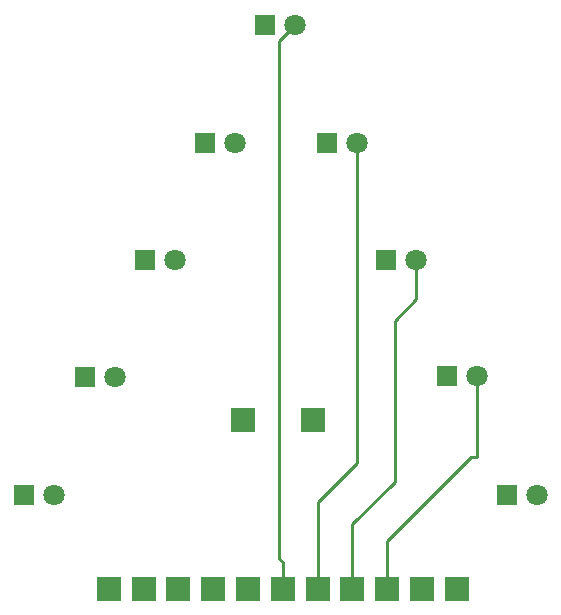
<source format=gbr>
%TF.GenerationSoftware,KiCad,Pcbnew,(5.1.9)-1*%
%TF.CreationDate,2022-06-22T15:09:01+02:00*%
%TF.ProjectId,Wbaum,57626175-6d2e-46b6-9963-61645f706362,rev?*%
%TF.SameCoordinates,Original*%
%TF.FileFunction,Copper,L2,Bot*%
%TF.FilePolarity,Positive*%
%FSLAX46Y46*%
G04 Gerber Fmt 4.6, Leading zero omitted, Abs format (unit mm)*
G04 Created by KiCad (PCBNEW (5.1.9)-1) date 2022-06-22 15:09:01*
%MOMM*%
%LPD*%
G01*
G04 APERTURE LIST*
%TA.AperFunction,ComponentPad*%
%ADD10R,2.000000X2.000000*%
%TD*%
%TA.AperFunction,ComponentPad*%
%ADD11R,1.800000X1.800000*%
%TD*%
%TA.AperFunction,ComponentPad*%
%ADD12C,1.800000*%
%TD*%
%TA.AperFunction,Conductor*%
%ADD13C,0.250000*%
%TD*%
G04 APERTURE END LIST*
D10*
%TO.P,GND,1*%
%TO.N,Net-(D1-Pad1)*%
X131620000Y-115959000D03*
%TD*%
D11*
%TO.P,D1,1*%
%TO.N,Net-(D1-Pad1)*%
X124430000Y-108050000D03*
D12*
%TO.P,D1,2*%
%TO.N,Net-(D1-Pad2)*%
X126970000Y-108050000D03*
%TD*%
%TO.P,D2,2*%
%TO.N,Net-(D2-Pad2)*%
X132110000Y-98090000D03*
D11*
%TO.P,D2,1*%
%TO.N,Net-(D1-Pad1)*%
X129570000Y-98090000D03*
%TD*%
%TO.P,D3,1*%
%TO.N,Net-(D1-Pad1)*%
X134650000Y-88110000D03*
D12*
%TO.P,D3,2*%
%TO.N,Net-(D3-Pad2)*%
X137190000Y-88110000D03*
%TD*%
%TO.P,D4,2*%
%TO.N,Net-(D4-Pad2)*%
X142310000Y-78200000D03*
D11*
%TO.P,D4,1*%
%TO.N,Net-(D1-Pad1)*%
X139770000Y-78200000D03*
%TD*%
%TO.P,D5,1*%
%TO.N,Net-(D1-Pad1)*%
X144870000Y-68240000D03*
D12*
%TO.P,D5,2*%
%TO.N,Net-(D5-Pad2)*%
X147410000Y-68240000D03*
%TD*%
%TO.P,D6,2*%
%TO.N,Net-(D6-Pad2)*%
X152620000Y-78210000D03*
D11*
%TO.P,D6,1*%
%TO.N,Net-(D1-Pad1)*%
X150080000Y-78210000D03*
%TD*%
%TO.P,D7,1*%
%TO.N,Net-(D1-Pad1)*%
X155100000Y-88120000D03*
D12*
%TO.P,D7,2*%
%TO.N,Net-(D7-Pad2)*%
X157640000Y-88120000D03*
%TD*%
%TO.P,D8,2*%
%TO.N,Net-(D8-Pad2)*%
X162780000Y-97970000D03*
D11*
%TO.P,D8,1*%
%TO.N,Net-(D1-Pad1)*%
X160240000Y-97970000D03*
%TD*%
%TO.P,D9,1*%
%TO.N,Net-(D1-Pad1)*%
X165340000Y-108010000D03*
D12*
%TO.P,D9,2*%
%TO.N,Net-(D9-Pad2)*%
X167880000Y-108010000D03*
%TD*%
D10*
%TO.P,Bu-,1*%
%TO.N,Net-(D1-Pad1)*%
X148900000Y-101720000D03*
%TD*%
%TO.P,U2,1*%
%TO.N,Net-(D1-Pad2)*%
X134564454Y-115959000D03*
%TD*%
%TO.P,U3,1*%
%TO.N,Net-(D2-Pad2)*%
X137508908Y-115959000D03*
%TD*%
%TO.P,U4,1*%
%TO.N,Net-(D3-Pad2)*%
X140453362Y-115959000D03*
%TD*%
%TO.P,U5,1*%
%TO.N,Net-(D4-Pad2)*%
X143397816Y-115959000D03*
%TD*%
%TO.P,U6,1*%
%TO.N,Net-(D5-Pad2)*%
X146342270Y-115959000D03*
%TD*%
%TO.P,U7,1*%
%TO.N,Net-(D6-Pad2)*%
X149286724Y-115959000D03*
%TD*%
%TO.P,U8,1*%
%TO.N,Net-(D7-Pad2)*%
X152231178Y-115959000D03*
%TD*%
%TO.P,U9,1*%
%TO.N,Net-(D8-Pad2)*%
X155175632Y-115959000D03*
%TD*%
%TO.P,U10,1*%
%TO.N,Net-(D9-Pad2)*%
X158120086Y-115959000D03*
%TD*%
%TO.P,Bu,1*%
%TO.N,Net-(U11-Pad1)*%
X161064540Y-115959000D03*
%TD*%
%TO.P,Bu+,1*%
%TO.N,Net-(U11-Pad1)*%
X142990000Y-101720000D03*
%TD*%
D13*
%TO.N,Net-(D5-Pad2)*%
X146040000Y-69610000D02*
X147410000Y-68240000D01*
X146040000Y-84330000D02*
X146040000Y-83550000D01*
X146040000Y-83550000D02*
X146040000Y-69610000D01*
X146040000Y-98940000D02*
X146040000Y-113420000D01*
X146040000Y-83550000D02*
X146040000Y-98940000D01*
X146040000Y-98940000D02*
X146040000Y-100170000D01*
X146342270Y-113722270D02*
X146342270Y-115959000D01*
X146040000Y-113420000D02*
X146342270Y-113722270D01*
%TO.N,Net-(D6-Pad2)*%
X152620000Y-94870000D02*
X152620000Y-105310000D01*
X152620000Y-78210000D02*
X152620000Y-94870000D01*
X152620000Y-94870000D02*
X152620000Y-95600000D01*
X149286724Y-108643276D02*
X149286724Y-115959000D01*
X152620000Y-105310000D02*
X149286724Y-108643276D01*
%TO.N,Net-(D7-Pad2)*%
X157640000Y-91460000D02*
X157640000Y-88120000D01*
X155802000Y-93298000D02*
X157640000Y-91460000D01*
X155802000Y-93298000D02*
X155802000Y-106938000D01*
X152231178Y-110508822D02*
X152231178Y-115959000D01*
X155802000Y-106938000D02*
X152231178Y-110508822D01*
%TO.N,Net-(D8-Pad2)*%
X162780000Y-97970000D02*
X162780000Y-104860000D01*
X155175632Y-115959000D02*
X155175632Y-111964368D01*
X162280000Y-104860000D02*
X162780000Y-104860000D01*
X155175632Y-111964368D02*
X162280000Y-104860000D01*
%TD*%
M02*

</source>
